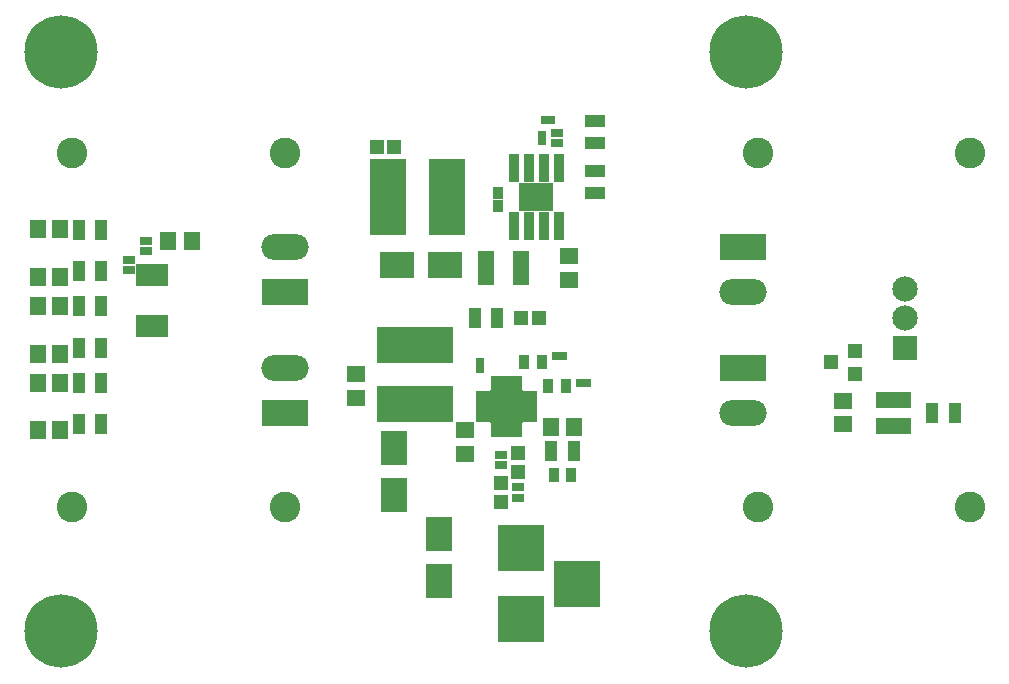
<source format=gts>
G04 #@! TF.GenerationSoftware,KiCad,Pcbnew,(2017-02-06 revision 13395d34d)-master*
G04 #@! TF.CreationDate,2017-04-12T16:15:43-03:00*
G04 #@! TF.ProjectId,resin-rover,726573696E2D726F7665722E6B696361,rev?*
G04 #@! TF.FileFunction,Soldermask,Top*
G04 #@! TF.FilePolarity,Negative*
%FSLAX46Y46*%
G04 Gerber Fmt 4.6, Leading zero omitted, Abs format (unit mm)*
G04 Created by KiCad (PCBNEW (2017-02-06 revision 13395d34d)-master) date Wed Apr 12 16:15:43 2017*
%MOMM*%
%LPD*%
G01*
G04 APERTURE LIST*
%ADD10C,0.100000*%
%ADD11R,0.679400X1.822400*%
%ADD12C,2.600000*%
%ADD13C,6.200000*%
%ADD14R,1.400000X1.650000*%
%ADD15R,1.650000X1.400000*%
%ADD16R,0.750000X0.700000*%
%ADD17R,0.700000X0.750000*%
%ADD18R,1.200000X1.150000*%
%ADD19R,1.400000X2.900000*%
%ADD20R,0.900000X1.000000*%
%ADD21R,1.200000X1.200000*%
%ADD22R,2.900000X2.200000*%
%ADD23R,2.200000X2.900000*%
%ADD24R,3.900000X3.900000*%
%ADD25R,4.000000X2.200000*%
%ADD26O,4.000000X2.200000*%
%ADD27R,6.400000X3.100000*%
%ADD28R,3.100000X6.400000*%
%ADD29R,1.300000X1.200000*%
%ADD30R,1.100000X1.700000*%
%ADD31R,1.000000X0.800000*%
%ADD32R,0.900000X1.300000*%
%ADD33R,1.700000X1.100000*%
%ADD34R,1.400000X1.500000*%
%ADD35R,1.050000X1.460000*%
%ADD36R,1.650000X1.650000*%
%ADD37R,1.200000X0.750000*%
%ADD38R,0.750000X1.200000*%
%ADD39R,2.889200X2.406600*%
%ADD40R,0.958800X2.381200*%
%ADD41C,2.150000*%
%ADD42R,2.150000X2.150000*%
G04 APERTURE END LIST*
D10*
D11*
X83259400Y-81684400D03*
X83742000Y-81684400D03*
X84250000Y-81684400D03*
X84758000Y-81684400D03*
X85240600Y-81684400D03*
X85240600Y-77315600D03*
X84758000Y-77315600D03*
X84250000Y-77315600D03*
X83742000Y-77315600D03*
X83259400Y-77315600D03*
D12*
X95500000Y-97000000D03*
X77500000Y-97000000D03*
X95500000Y-67000000D03*
X77500000Y-67000000D03*
X153500000Y-97000000D03*
X135500000Y-97000000D03*
X153500000Y-67000000D03*
D13*
X76500000Y-58500000D03*
X76500000Y-107500000D03*
X134500000Y-107500000D03*
D14*
X120000000Y-90250000D03*
X118000000Y-90250000D03*
X87600000Y-74500000D03*
X85600000Y-74500000D03*
D15*
X110750000Y-92500000D03*
X110750000Y-90500000D03*
X101500000Y-85750000D03*
X101500000Y-87750000D03*
X142750000Y-90000000D03*
X142750000Y-88000000D03*
D16*
X112000000Y-84720000D03*
X112000000Y-85280000D03*
D17*
X120470000Y-86500000D03*
X121030000Y-86500000D03*
X118470000Y-84250000D03*
X119030000Y-84250000D03*
D18*
X115500000Y-81000000D03*
X117000000Y-81000000D03*
D19*
X115500000Y-76750000D03*
X112500000Y-76750000D03*
D15*
X119500000Y-75750000D03*
X119500000Y-77750000D03*
D17*
X118030000Y-64250000D03*
X117470000Y-64250000D03*
D16*
X117250000Y-65470000D03*
X117250000Y-66030000D03*
D20*
X113500000Y-71550000D03*
X113500000Y-70450000D03*
D18*
X104750000Y-66500000D03*
X103250000Y-66500000D03*
D21*
X113750000Y-94950000D03*
X113750000Y-96550000D03*
D22*
X105000000Y-76500000D03*
X109000000Y-76500000D03*
D23*
X108500000Y-103250000D03*
X108500000Y-99250000D03*
D21*
X115250000Y-94050000D03*
X115250000Y-92450000D03*
D23*
X104750000Y-92000000D03*
X104750000Y-96000000D03*
D24*
X120200000Y-103500000D03*
X115500000Y-106500000D03*
X115500000Y-100500000D03*
D25*
X95500000Y-78750000D03*
D26*
X95500000Y-74940000D03*
D25*
X134250000Y-75000000D03*
D26*
X134250000Y-78810000D03*
X95500000Y-85190000D03*
D25*
X95500000Y-89000000D03*
D26*
X134250000Y-89060000D03*
D25*
X134250000Y-85250000D03*
D27*
X106500000Y-83250000D03*
X106500000Y-88250000D03*
D28*
X109250000Y-70750000D03*
X104250000Y-70750000D03*
D29*
X141750000Y-84750000D03*
X143750000Y-83800000D03*
X143750000Y-85700000D03*
D30*
X79950000Y-77000000D03*
X78050000Y-77000000D03*
X78050000Y-73500000D03*
X79950000Y-73500000D03*
X79950000Y-83500000D03*
X78050000Y-83500000D03*
X78050000Y-80000000D03*
X79950000Y-80000000D03*
X79950000Y-90000000D03*
X78050000Y-90000000D03*
X78050000Y-86500000D03*
X79950000Y-86500000D03*
X119950000Y-92250000D03*
X118050000Y-92250000D03*
D31*
X115250000Y-95300000D03*
X115250000Y-96200000D03*
X113750000Y-93450000D03*
X113750000Y-92550000D03*
D30*
X150300000Y-89000000D03*
X152200000Y-89000000D03*
D32*
X119250000Y-86750000D03*
X117750000Y-86750000D03*
D31*
X118500000Y-65300000D03*
X118500000Y-66200000D03*
D33*
X121750000Y-64300000D03*
X121750000Y-66200000D03*
X121750000Y-70450000D03*
X121750000Y-68550000D03*
D31*
X82250000Y-76950000D03*
X82250000Y-76050000D03*
X83700000Y-75350000D03*
X83700000Y-74450000D03*
D32*
X115750000Y-84750000D03*
X117250000Y-84750000D03*
D30*
X111550000Y-81000000D03*
X113450000Y-81000000D03*
D32*
X119750000Y-94250000D03*
X118250000Y-94250000D03*
D34*
X74560000Y-77510000D03*
X76470000Y-77510000D03*
X74560000Y-73460000D03*
X76470000Y-73460000D03*
X74560000Y-84010000D03*
X76470000Y-84010000D03*
X74560000Y-79960000D03*
X76470000Y-79960000D03*
X76470000Y-86460000D03*
X74560000Y-86460000D03*
X76470000Y-90510000D03*
X74560000Y-90510000D03*
D35*
X147000000Y-90100000D03*
X147950000Y-90100000D03*
X146050000Y-90100000D03*
X146050000Y-87900000D03*
X147000000Y-87900000D03*
X147950000Y-87900000D03*
D36*
X113625000Y-89125000D03*
X114875000Y-89125000D03*
X113625000Y-87875000D03*
X114875000Y-87875000D03*
D37*
X112250000Y-89475000D03*
X112250000Y-88825000D03*
X112250000Y-88175000D03*
X112250000Y-87525000D03*
D38*
X113275000Y-86500000D03*
X113925000Y-86500000D03*
X114575000Y-86500000D03*
X115225000Y-86500000D03*
D37*
X116250000Y-87525000D03*
X116250000Y-88175000D03*
X116250000Y-88825000D03*
X116250000Y-89475000D03*
D38*
X115225000Y-90500000D03*
X114575000Y-90500000D03*
X113925000Y-90500000D03*
X113275000Y-90500000D03*
D39*
X116750000Y-70750000D03*
D40*
X114845000Y-68286200D03*
X116115000Y-68286200D03*
X117385000Y-68286200D03*
X118655000Y-68286200D03*
X118655000Y-73213800D03*
X117385000Y-73213800D03*
X116115000Y-73213800D03*
X114845000Y-73213800D03*
D13*
X134500000Y-58500000D03*
D12*
X135500000Y-67000000D03*
D41*
X148000000Y-78500000D03*
X148000000Y-81000000D03*
D42*
X148000000Y-83500000D03*
M02*

</source>
